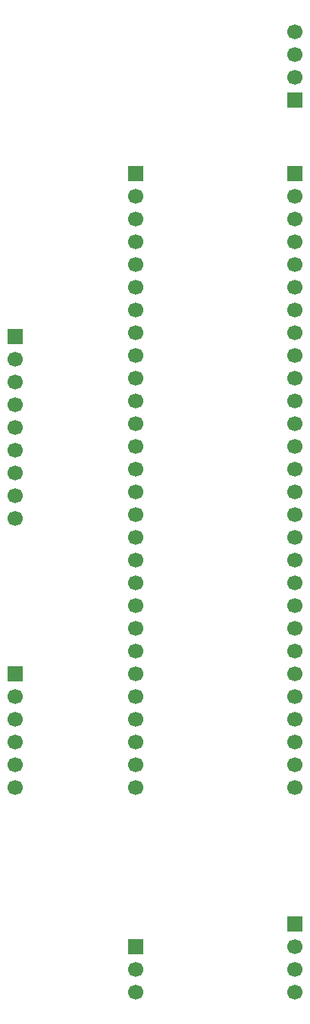
<source format=gbr>
%TF.GenerationSoftware,KiCad,Pcbnew,9.0.6*%
%TF.CreationDate,2025-11-19T01:17:59-05:00*%
%TF.ProjectId,pcb,7063622e-6b69-4636-9164-5f7063625858,rev?*%
%TF.SameCoordinates,Original*%
%TF.FileFunction,Soldermask,Bot*%
%TF.FilePolarity,Negative*%
%FSLAX46Y46*%
G04 Gerber Fmt 4.6, Leading zero omitted, Abs format (unit mm)*
G04 Created by KiCad (PCBNEW 9.0.6) date 2025-11-19 01:17:59*
%MOMM*%
%LPD*%
G01*
G04 APERTURE LIST*
%ADD10R,1.700000X1.700000*%
%ADD11C,1.700000*%
G04 APERTURE END LIST*
D10*
%TO.C,J7*%
X132500000Y-61115000D03*
D11*
X132500000Y-58575000D03*
X132500000Y-56035000D03*
X132500000Y-53495000D03*
%TD*%
D10*
%TO.C,J2*%
X132500000Y-69300000D03*
D11*
X132500000Y-71840000D03*
X132500000Y-74380000D03*
X132500000Y-76920000D03*
X132500000Y-79460000D03*
X132500000Y-82000000D03*
X132500000Y-84540000D03*
X132500000Y-87080000D03*
X132500000Y-89620000D03*
X132500000Y-92160000D03*
X132500000Y-94700000D03*
X132500000Y-97240000D03*
X132500000Y-99780000D03*
X132500000Y-102320000D03*
X132500000Y-104860000D03*
X132500000Y-107400000D03*
X132500000Y-109940000D03*
X132500000Y-112480000D03*
X132500000Y-115020000D03*
X132500000Y-117560000D03*
X132500000Y-120100000D03*
X132500000Y-122640000D03*
X132500000Y-125180000D03*
X132500000Y-127720000D03*
X132500000Y-130260000D03*
X132500000Y-132800000D03*
X132500000Y-135340000D03*
X132500000Y-137880000D03*
%TD*%
D10*
%TO.C,J3*%
X114720000Y-155660000D03*
D11*
X114720000Y-158200000D03*
X114720000Y-160740000D03*
%TD*%
D10*
%TO.C,J1*%
X114720000Y-69300000D03*
D11*
X114720000Y-71840000D03*
X114720000Y-74380000D03*
X114720000Y-76920000D03*
X114720000Y-79460000D03*
X114720000Y-82000000D03*
X114720000Y-84540000D03*
X114720000Y-87080000D03*
X114720000Y-89620000D03*
X114720000Y-92160000D03*
X114720000Y-94700000D03*
X114720000Y-97240000D03*
X114720000Y-99780000D03*
X114720000Y-102320000D03*
X114720000Y-104860000D03*
X114720000Y-107400000D03*
X114720000Y-109940000D03*
X114720000Y-112480000D03*
X114720000Y-115020000D03*
X114720000Y-117560000D03*
X114720000Y-120100000D03*
X114720000Y-122640000D03*
X114720000Y-125180000D03*
X114720000Y-127720000D03*
X114720000Y-130260000D03*
X114720000Y-132800000D03*
X114720000Y-135340000D03*
X114720000Y-137880000D03*
%TD*%
D10*
%TO.C,J5*%
X101220000Y-125180000D03*
D11*
X101220000Y-127720000D03*
X101220000Y-130260000D03*
X101220000Y-132800000D03*
X101220000Y-135340000D03*
X101220000Y-137880000D03*
%TD*%
D10*
%TO.C,J6*%
X101220000Y-87495000D03*
D11*
X101220000Y-90035000D03*
X101220000Y-92575000D03*
X101220000Y-95115000D03*
X101220000Y-97655000D03*
X101220000Y-100195000D03*
X101220000Y-102735000D03*
X101220000Y-105275000D03*
X101220000Y-107815000D03*
%TD*%
D10*
%TO.C,J4*%
X132500000Y-153120000D03*
D11*
X132500000Y-155660000D03*
X132500000Y-158200000D03*
X132500000Y-160740000D03*
%TD*%
M02*

</source>
